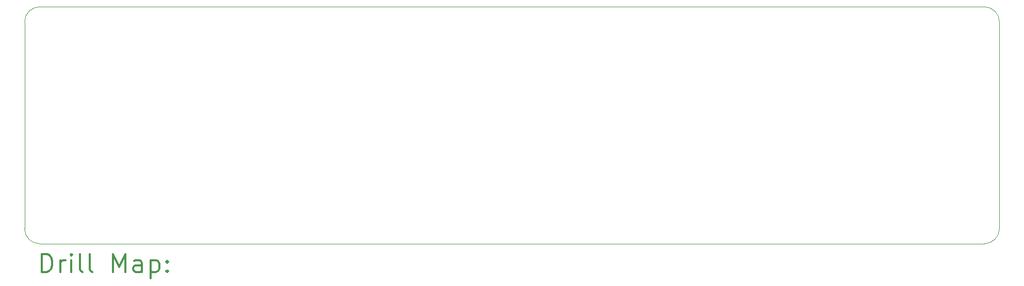
<source format=gbr>
%FSLAX45Y45*%
G04 Gerber Fmt 4.5, Leading zero omitted, Abs format (unit mm)*
G04 Created by KiCad (PCBNEW 5.1.10) date 2021-11-29 20:01:29*
%MOMM*%
%LPD*%
G01*
G04 APERTURE LIST*
%TA.AperFunction,Profile*%
%ADD10C,0.050000*%
%TD*%
%ADD11C,0.200000*%
%ADD12C,0.300000*%
G04 APERTURE END LIST*
D10*
X7300000Y-8250000D02*
G75*
G02*
X7550000Y-8000000I250000J0D01*
G01*
X7550000Y-11900000D02*
G75*
G02*
X7300000Y-11650000I0J250000D01*
G01*
X23300000Y-11650000D02*
G75*
G02*
X23050000Y-11900000I-250000J0D01*
G01*
X23050000Y-8000000D02*
G75*
G02*
X23300000Y-8250000I0J-250000D01*
G01*
X7300000Y-11650000D02*
X7300000Y-8250000D01*
X23050000Y-11900000D02*
X7550000Y-11900000D01*
X23300000Y-8250000D02*
X23300000Y-11650000D01*
X7550000Y-8000000D02*
X23050000Y-8000000D01*
D11*
D12*
X7583928Y-12368214D02*
X7583928Y-12068214D01*
X7655357Y-12068214D01*
X7698214Y-12082500D01*
X7726786Y-12111071D01*
X7741071Y-12139643D01*
X7755357Y-12196786D01*
X7755357Y-12239643D01*
X7741071Y-12296786D01*
X7726786Y-12325357D01*
X7698214Y-12353929D01*
X7655357Y-12368214D01*
X7583928Y-12368214D01*
X7883928Y-12368214D02*
X7883928Y-12168214D01*
X7883928Y-12225357D02*
X7898214Y-12196786D01*
X7912500Y-12182500D01*
X7941071Y-12168214D01*
X7969643Y-12168214D01*
X8069643Y-12368214D02*
X8069643Y-12168214D01*
X8069643Y-12068214D02*
X8055357Y-12082500D01*
X8069643Y-12096786D01*
X8083928Y-12082500D01*
X8069643Y-12068214D01*
X8069643Y-12096786D01*
X8255357Y-12368214D02*
X8226786Y-12353929D01*
X8212500Y-12325357D01*
X8212500Y-12068214D01*
X8412500Y-12368214D02*
X8383928Y-12353929D01*
X8369643Y-12325357D01*
X8369643Y-12068214D01*
X8755357Y-12368214D02*
X8755357Y-12068214D01*
X8855357Y-12282500D01*
X8955357Y-12068214D01*
X8955357Y-12368214D01*
X9226786Y-12368214D02*
X9226786Y-12211071D01*
X9212500Y-12182500D01*
X9183928Y-12168214D01*
X9126786Y-12168214D01*
X9098214Y-12182500D01*
X9226786Y-12353929D02*
X9198214Y-12368214D01*
X9126786Y-12368214D01*
X9098214Y-12353929D01*
X9083928Y-12325357D01*
X9083928Y-12296786D01*
X9098214Y-12268214D01*
X9126786Y-12253929D01*
X9198214Y-12253929D01*
X9226786Y-12239643D01*
X9369643Y-12168214D02*
X9369643Y-12468214D01*
X9369643Y-12182500D02*
X9398214Y-12168214D01*
X9455357Y-12168214D01*
X9483928Y-12182500D01*
X9498214Y-12196786D01*
X9512500Y-12225357D01*
X9512500Y-12311071D01*
X9498214Y-12339643D01*
X9483928Y-12353929D01*
X9455357Y-12368214D01*
X9398214Y-12368214D01*
X9369643Y-12353929D01*
X9641071Y-12339643D02*
X9655357Y-12353929D01*
X9641071Y-12368214D01*
X9626786Y-12353929D01*
X9641071Y-12339643D01*
X9641071Y-12368214D01*
X9641071Y-12182500D02*
X9655357Y-12196786D01*
X9641071Y-12211071D01*
X9626786Y-12196786D01*
X9641071Y-12182500D01*
X9641071Y-12211071D01*
M02*

</source>
